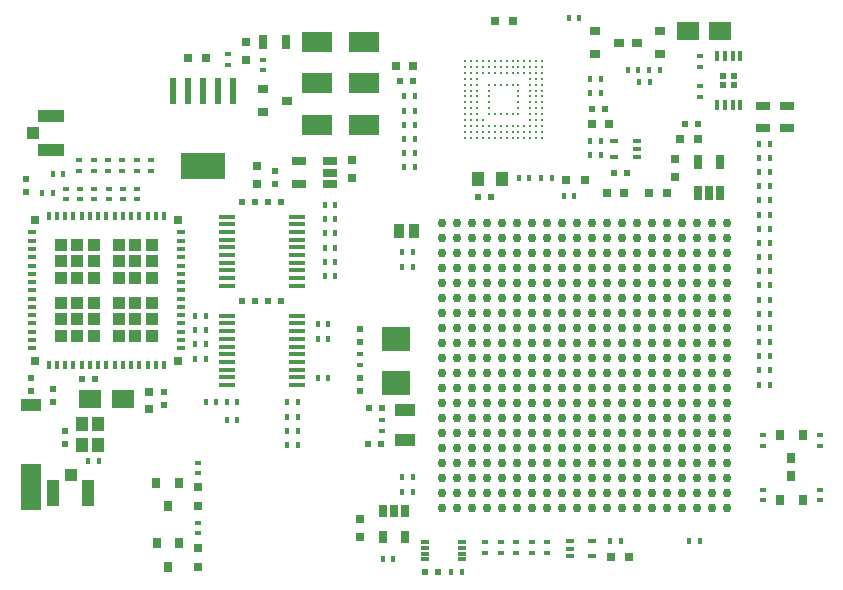
<source format=gbr>
G04 #@! TF.GenerationSoftware,KiCad,Pcbnew,no-vcs-found-2a301d5~58~ubuntu16.04.1*
G04 #@! TF.CreationDate,2017-07-11T21:04:36-03:00*
G04 #@! TF.ProjectId,mateboard,6D617465626F6172642E6B696361645F,rev?*
G04 #@! TF.SameCoordinates,Original
G04 #@! TF.FileFunction,Paste,Top*
G04 #@! TF.FilePolarity,Positive*
%FSLAX46Y46*%
G04 Gerber Fmt 4.6, Leading zero omitted, Abs format (unit mm)*
G04 Created by KiCad (PCBNEW no-vcs-found-2a301d5~58~ubuntu16.04.1) date Tue Jul 11 21:04:36 2017*
%MOMM*%
%LPD*%
G01*
G04 APERTURE LIST*
%ADD10R,0.400000X0.600000*%
%ADD11C,0.749300*%
%ADD12R,2.500000X1.800000*%
%ADD13R,0.420000X0.890000*%
%ADD14R,0.564000X0.504000*%
%ADD15R,1.800000X1.000000*%
%ADD16R,1.800000X4.000000*%
%ADD17R,0.750000X0.800000*%
%ADD18R,0.800000X0.750000*%
%ADD19R,0.600000X0.500000*%
%ADD20R,0.500000X0.600000*%
%ADD21R,1.950000X1.500000*%
%ADD22R,1.000000X1.250000*%
%ADD23R,0.900000X0.800000*%
%ADD24R,0.800000X0.800000*%
%ADD25R,0.970000X1.270000*%
%ADD26R,2.199640X1.049020*%
%ADD27R,0.998220X1.049020*%
%ADD28R,1.049020X2.199640*%
%ADD29R,1.049020X0.998220*%
%ADD30R,0.700000X1.300000*%
%ADD31R,1.300000X0.700000*%
%ADD32R,0.600000X0.400000*%
%ADD33R,0.800000X0.900000*%
%ADD34R,0.650000X1.220000*%
%ADD35R,1.220000X0.650000*%
%ADD36R,3.800000X2.200000*%
%ADD37R,0.600000X2.200000*%
%ADD38R,0.650000X1.060000*%
%ADD39R,0.650000X0.400000*%
%ADD40R,1.450000X0.450000*%
%ADD41R,1.000000X1.150000*%
%ADD42R,2.400000X2.000000*%
%ADD43R,0.800000X0.300000*%
%ADD44R,0.749300X0.749300*%
%ADD45R,0.398780X0.749300*%
%ADD46R,0.749300X0.398780*%
%ADD47R,0.998220X0.998220*%
%ADD48C,0.243840*%
G04 APERTURE END LIST*
D10*
X123755000Y-147700000D03*
X122855000Y-147700000D03*
D11*
X150325000Y-150380000D03*
X149055000Y-150380000D03*
X147785000Y-150380000D03*
X146515000Y-150380000D03*
X145245000Y-150380000D03*
X143975000Y-150380000D03*
X142705000Y-150380000D03*
X141435000Y-150380000D03*
X140165000Y-150380000D03*
X138895000Y-150380000D03*
X137625000Y-150380000D03*
X136355000Y-150380000D03*
X135085000Y-150380000D03*
X133815000Y-150380000D03*
X132545000Y-150380000D03*
X131275000Y-150380000D03*
X130005000Y-150380000D03*
X128735000Y-150380000D03*
X127465000Y-150380000D03*
X126195000Y-150380000D03*
X150325000Y-149110000D03*
X149055000Y-149110000D03*
X147785000Y-149110000D03*
X146515000Y-149110000D03*
X145245000Y-149110000D03*
X143975000Y-149110000D03*
X142705000Y-149110000D03*
X141435000Y-149110000D03*
X140165000Y-149110000D03*
X138895000Y-149110000D03*
X137625000Y-149110000D03*
X136355000Y-149110000D03*
X135085000Y-149110000D03*
X133815000Y-149110000D03*
X132545000Y-149110000D03*
X131275000Y-149110000D03*
X130005000Y-149110000D03*
X128735000Y-149110000D03*
X127465000Y-149110000D03*
X126195000Y-149110000D03*
X150325000Y-147840000D03*
X149055000Y-147840000D03*
X147785000Y-147840000D03*
X146515000Y-147840000D03*
X145245000Y-147840000D03*
X143975000Y-147840000D03*
X142705000Y-147840000D03*
X141435000Y-147840000D03*
X140165000Y-147840000D03*
X138895000Y-147840000D03*
X137625000Y-147840000D03*
X136355000Y-147840000D03*
X135085000Y-147840000D03*
X133815000Y-147840000D03*
X132545000Y-147840000D03*
X131275000Y-147840000D03*
X130005000Y-147840000D03*
X128735000Y-147840000D03*
X127465000Y-147840000D03*
X126195000Y-147840000D03*
X150325000Y-146570000D03*
X149055000Y-146570000D03*
X147785000Y-146570000D03*
X146515000Y-146570000D03*
X145245000Y-146570000D03*
X143975000Y-146570000D03*
X142705000Y-146570000D03*
X141435000Y-146570000D03*
X140165000Y-146570000D03*
X138895000Y-146570000D03*
X137625000Y-146570000D03*
X136355000Y-146570000D03*
X135085000Y-146570000D03*
X133815000Y-146570000D03*
X132545000Y-146570000D03*
X131275000Y-146570000D03*
X130005000Y-146570000D03*
X128735000Y-146570000D03*
X127465000Y-146570000D03*
X126195000Y-146570000D03*
X150325000Y-145300000D03*
X149055000Y-145300000D03*
X147785000Y-145300000D03*
X146515000Y-145300000D03*
X145245000Y-145300000D03*
X143975000Y-145300000D03*
X142705000Y-145300000D03*
X141435000Y-145300000D03*
X140165000Y-145300000D03*
X138895000Y-145300000D03*
X137625000Y-145300000D03*
X136355000Y-145300000D03*
X135085000Y-145300000D03*
X133815000Y-145300000D03*
X132545000Y-145300000D03*
X131275000Y-145300000D03*
X130005000Y-145300000D03*
X128735000Y-145300000D03*
X127465000Y-145300000D03*
X126195000Y-145300000D03*
X150325000Y-144030000D03*
X149055000Y-144030000D03*
X147785000Y-144030000D03*
X146515000Y-144030000D03*
X145245000Y-144030000D03*
X143975000Y-144030000D03*
X142705000Y-144030000D03*
X141435000Y-144030000D03*
X140165000Y-144030000D03*
X138895000Y-144030000D03*
X137625000Y-144030000D03*
X136355000Y-144030000D03*
X135085000Y-144030000D03*
X133815000Y-144030000D03*
X132545000Y-144030000D03*
X131275000Y-144030000D03*
X130005000Y-144030000D03*
X128735000Y-144030000D03*
X127465000Y-144030000D03*
X126195000Y-144030000D03*
X150325000Y-142760000D03*
X149055000Y-142760000D03*
X147785000Y-142760000D03*
X146515000Y-142760000D03*
X145245000Y-142760000D03*
X143975000Y-142760000D03*
X142705000Y-142760000D03*
X141435000Y-142760000D03*
X140165000Y-142760000D03*
X138895000Y-142760000D03*
X137625000Y-142760000D03*
X136355000Y-142760000D03*
X135085000Y-142760000D03*
X133815000Y-142760000D03*
X132545000Y-142760000D03*
X131275000Y-142760000D03*
X130005000Y-142760000D03*
X128735000Y-142760000D03*
X127465000Y-142760000D03*
X126195000Y-142760000D03*
X150325000Y-141490000D03*
X149055000Y-141490000D03*
X147785000Y-141490000D03*
X146515000Y-141490000D03*
X145245000Y-141490000D03*
X143975000Y-141490000D03*
X142705000Y-141490000D03*
X141435000Y-141490000D03*
X140165000Y-141490000D03*
X138895000Y-141490000D03*
X137625000Y-141490000D03*
X136355000Y-141490000D03*
X135085000Y-141490000D03*
X133815000Y-141490000D03*
X132545000Y-141490000D03*
X131275000Y-141490000D03*
X130005000Y-141490000D03*
X128735000Y-141490000D03*
X127465000Y-141490000D03*
X126195000Y-141490000D03*
X150325000Y-140220000D03*
X149055000Y-140220000D03*
X147785000Y-140220000D03*
X146515000Y-140220000D03*
X145245000Y-140220000D03*
X143975000Y-140220000D03*
X142705000Y-140220000D03*
X141435000Y-140220000D03*
X140165000Y-140220000D03*
X138895000Y-140220000D03*
X137625000Y-140220000D03*
X136355000Y-140220000D03*
X135085000Y-140220000D03*
X133815000Y-140220000D03*
X132545000Y-140220000D03*
X131275000Y-140220000D03*
X130005000Y-140220000D03*
X128735000Y-140220000D03*
X127465000Y-140220000D03*
X126195000Y-140220000D03*
X150325000Y-138950000D03*
X149055000Y-138950000D03*
X147785000Y-138950000D03*
X146515000Y-138950000D03*
X145245000Y-138950000D03*
X143975000Y-138950000D03*
X142705000Y-138950000D03*
X141435000Y-138950000D03*
X140165000Y-138950000D03*
X138895000Y-138950000D03*
X137625000Y-138950000D03*
X136355000Y-138950000D03*
X135085000Y-138950000D03*
X133815000Y-138950000D03*
X132545000Y-138950000D03*
X131275000Y-138950000D03*
X130005000Y-138950000D03*
X128735000Y-138950000D03*
X127465000Y-138950000D03*
X126195000Y-138950000D03*
X150325000Y-137680000D03*
X149055000Y-137680000D03*
X147785000Y-137680000D03*
X146515000Y-137680000D03*
X145245000Y-137680000D03*
X143975000Y-137680000D03*
X142705000Y-137680000D03*
X141435000Y-137680000D03*
X140165000Y-137680000D03*
X138895000Y-137680000D03*
X137625000Y-137680000D03*
X136355000Y-137680000D03*
X135085000Y-137680000D03*
X133815000Y-137680000D03*
X132545000Y-137680000D03*
X131275000Y-137680000D03*
X130005000Y-137680000D03*
X128735000Y-137680000D03*
X127465000Y-137680000D03*
X126195000Y-137680000D03*
X150325000Y-136410000D03*
X149055000Y-136410000D03*
X147785000Y-136410000D03*
X146515000Y-136410000D03*
X145245000Y-136410000D03*
X143975000Y-136410000D03*
X142705000Y-136410000D03*
X141435000Y-136410000D03*
X140165000Y-136410000D03*
X138895000Y-136410000D03*
X137625000Y-136410000D03*
X136355000Y-136410000D03*
X135085000Y-136410000D03*
X133815000Y-136410000D03*
X132545000Y-136410000D03*
X131275000Y-136410000D03*
X130005000Y-136410000D03*
X128735000Y-136410000D03*
X127465000Y-136410000D03*
X126195000Y-136410000D03*
X150325000Y-135140000D03*
X149055000Y-135140000D03*
X147785000Y-135140000D03*
X146515000Y-135140000D03*
X145245000Y-135140000D03*
X143975000Y-135140000D03*
X142705000Y-135140000D03*
X141435000Y-135140000D03*
X140165000Y-135140000D03*
X138895000Y-135140000D03*
X137625000Y-135140000D03*
X136355000Y-135140000D03*
X135085000Y-135140000D03*
X133815000Y-135140000D03*
X132545000Y-135140000D03*
X131275000Y-135140000D03*
X130005000Y-135140000D03*
X128735000Y-135140000D03*
X127465000Y-135140000D03*
X126195000Y-135140000D03*
X150325000Y-133870000D03*
X149055000Y-133870000D03*
X147785000Y-133870000D03*
X146515000Y-133870000D03*
X145245000Y-133870000D03*
X143975000Y-133870000D03*
X142705000Y-133870000D03*
X141435000Y-133870000D03*
X140165000Y-133870000D03*
X138895000Y-133870000D03*
X137625000Y-133870000D03*
X136355000Y-133870000D03*
X135085000Y-133870000D03*
X133815000Y-133870000D03*
X132545000Y-133870000D03*
X131275000Y-133870000D03*
X130005000Y-133870000D03*
X128735000Y-133870000D03*
X127465000Y-133870000D03*
X126195000Y-133870000D03*
X150325000Y-132600000D03*
X149055000Y-132600000D03*
X147785000Y-132600000D03*
X146515000Y-132600000D03*
X145245000Y-132600000D03*
X143975000Y-132600000D03*
X142705000Y-132600000D03*
X141435000Y-132600000D03*
X140165000Y-132600000D03*
X138895000Y-132600000D03*
X137625000Y-132600000D03*
X136355000Y-132600000D03*
X135085000Y-132600000D03*
X133815000Y-132600000D03*
X132545000Y-132600000D03*
X131275000Y-132600000D03*
X130005000Y-132600000D03*
X128735000Y-132600000D03*
X127465000Y-132600000D03*
X126195000Y-132600000D03*
X150325000Y-131330000D03*
X149055000Y-131330000D03*
X147785000Y-131330000D03*
X146515000Y-131330000D03*
X145245000Y-131330000D03*
X143975000Y-131330000D03*
X142705000Y-131330000D03*
X141435000Y-131330000D03*
X140165000Y-131330000D03*
X138895000Y-131330000D03*
X137625000Y-131330000D03*
X136355000Y-131330000D03*
X135085000Y-131330000D03*
X133815000Y-131330000D03*
X132545000Y-131330000D03*
X131275000Y-131330000D03*
X130005000Y-131330000D03*
X128735000Y-131330000D03*
X127465000Y-131330000D03*
X126195000Y-131330000D03*
X150325000Y-130060000D03*
X149055000Y-130060000D03*
X147785000Y-130060000D03*
X146515000Y-130060000D03*
X145245000Y-130060000D03*
X143975000Y-130060000D03*
X142705000Y-130060000D03*
X141435000Y-130060000D03*
X140165000Y-130060000D03*
X138895000Y-130060000D03*
X137625000Y-130060000D03*
X136355000Y-130060000D03*
X135085000Y-130060000D03*
X133815000Y-130060000D03*
X132545000Y-130060000D03*
X131275000Y-130060000D03*
X130005000Y-130060000D03*
X128735000Y-130060000D03*
X127465000Y-130060000D03*
X126195000Y-130060000D03*
X150325000Y-128790000D03*
X149055000Y-128790000D03*
X147785000Y-128790000D03*
X146515000Y-128790000D03*
X145245000Y-128790000D03*
X143975000Y-128790000D03*
X142705000Y-128790000D03*
X141435000Y-128790000D03*
X140165000Y-128790000D03*
X138895000Y-128790000D03*
X137625000Y-128790000D03*
X136355000Y-128790000D03*
X135085000Y-128790000D03*
X133815000Y-128790000D03*
X132545000Y-128790000D03*
X131275000Y-128790000D03*
X130005000Y-128790000D03*
X128735000Y-128790000D03*
X127465000Y-128790000D03*
X126195000Y-128790000D03*
X150325000Y-127520000D03*
X149055000Y-127520000D03*
X147785000Y-127520000D03*
X146515000Y-127520000D03*
X145245000Y-127520000D03*
X143975000Y-127520000D03*
X142705000Y-127520000D03*
X141435000Y-127520000D03*
X140165000Y-127520000D03*
X138895000Y-127520000D03*
X137625000Y-127520000D03*
X136355000Y-127520000D03*
X135085000Y-127520000D03*
X133815000Y-127520000D03*
X132545000Y-127520000D03*
X131275000Y-127520000D03*
X130005000Y-127520000D03*
X128735000Y-127520000D03*
X127465000Y-127520000D03*
X126195000Y-127520000D03*
X150325000Y-126250000D03*
X149055000Y-126250000D03*
X147785000Y-126250000D03*
X146515000Y-126250000D03*
X145245000Y-126250000D03*
X143975000Y-126250000D03*
X142705000Y-126250000D03*
X141435000Y-126250000D03*
X140165000Y-126250000D03*
X138895000Y-126250000D03*
X137625000Y-126250000D03*
X136355000Y-126250000D03*
X135085000Y-126250000D03*
X133815000Y-126250000D03*
X132545000Y-126250000D03*
X131275000Y-126250000D03*
X130005000Y-126250000D03*
X128735000Y-126250000D03*
X127465000Y-126250000D03*
X126195000Y-126250000D03*
D12*
X115600000Y-117900000D03*
X119600000Y-117900000D03*
D13*
X151485000Y-112050000D03*
X150835000Y-112050000D03*
X150185000Y-112050000D03*
X149535000Y-112050000D03*
X149535000Y-116260000D03*
X150185000Y-116260000D03*
X150835000Y-116260000D03*
X151485000Y-116260000D03*
D14*
X150040000Y-114575000D03*
X150980000Y-114575000D03*
X150040000Y-113735000D03*
X150980000Y-113735000D03*
D15*
X91400000Y-141660000D03*
D16*
X91400000Y-148560000D03*
D17*
X145980000Y-122300000D03*
X145980000Y-120800000D03*
X118600000Y-120900000D03*
X118600000Y-122400000D03*
D18*
X145245000Y-123710000D03*
X143745000Y-123710000D03*
D19*
X147885000Y-117855000D03*
X146785000Y-117855000D03*
D20*
X112100000Y-122900000D03*
X112100000Y-121800000D03*
D17*
X109600000Y-110900000D03*
X109600000Y-112400000D03*
D18*
X147885000Y-119125000D03*
X146385000Y-119125000D03*
D17*
X110600000Y-122900000D03*
X110600000Y-121400000D03*
D18*
X140165000Y-123710000D03*
X141665000Y-123710000D03*
X104732000Y-112280000D03*
X106232000Y-112280000D03*
D17*
X119310000Y-152780000D03*
X119310000Y-151280000D03*
D19*
X124800000Y-155800000D03*
X125900000Y-155800000D03*
D21*
X149770000Y-109960000D03*
X147020000Y-109960000D03*
D20*
X119300000Y-136250000D03*
X119300000Y-135150000D03*
X119300000Y-139350000D03*
X119300000Y-140450000D03*
D19*
X121100000Y-141900000D03*
X120000000Y-141900000D03*
X121050000Y-144900000D03*
X119950000Y-144900000D03*
X140800000Y-122000000D03*
X141900000Y-122000000D03*
D18*
X140550000Y-154500000D03*
X142050000Y-154500000D03*
X138900000Y-117800000D03*
X140400000Y-117800000D03*
X123800000Y-112900000D03*
X122300000Y-112900000D03*
X132200000Y-109100000D03*
X130700000Y-109100000D03*
D22*
X129300000Y-122500000D03*
X131300000Y-122500000D03*
D19*
X138900000Y-116600000D03*
X140000000Y-116600000D03*
X123800000Y-114200000D03*
X122700000Y-114200000D03*
X129300000Y-124000000D03*
X130400000Y-124000000D03*
X110400000Y-124400000D03*
X109300000Y-124400000D03*
X110400000Y-132800000D03*
X109300000Y-132800000D03*
X111500000Y-124400000D03*
X112600000Y-124400000D03*
X111500000Y-132800000D03*
X112600000Y-132800000D03*
D20*
X94300000Y-143850000D03*
X94300000Y-144950000D03*
X91000000Y-123550000D03*
X91000000Y-122450000D03*
X93300000Y-140300000D03*
X93300000Y-141400000D03*
X91400000Y-140432000D03*
X91400000Y-139332000D03*
D17*
X101400000Y-140500000D03*
X101400000Y-142000000D03*
D19*
X95750000Y-139400000D03*
X96850000Y-139400000D03*
D20*
X102700000Y-140500000D03*
X102700000Y-141600000D03*
D21*
X96450000Y-141100000D03*
X99200000Y-141100000D03*
D12*
X115600000Y-110900000D03*
X119600000Y-110900000D03*
X115600000Y-114400000D03*
X119600000Y-114400000D03*
D23*
X111100000Y-114900000D03*
X111100000Y-116800000D03*
X113100000Y-115850000D03*
D24*
X105600000Y-148600000D03*
X105600000Y-150200000D03*
X105600000Y-153700000D03*
X105600000Y-155300000D03*
D25*
X122560000Y-126900000D03*
X123840000Y-126900000D03*
D26*
X93100000Y-117126800D03*
X93100000Y-120073200D03*
D27*
X91576000Y-118600000D03*
D28*
X96268200Y-149050000D03*
X93321800Y-149050000D03*
D29*
X94795000Y-147526000D03*
D30*
X113000000Y-110900000D03*
X111100000Y-110900000D03*
D31*
X155435000Y-118210000D03*
X155435000Y-116310000D03*
X153435000Y-116310000D03*
X153435000Y-118210000D03*
D32*
X132500000Y-154150000D03*
X132500000Y-153250000D03*
X133800000Y-154150000D03*
X133800000Y-153250000D03*
D33*
X103945000Y-148200000D03*
X102045000Y-148200000D03*
X102995000Y-150200000D03*
X103995000Y-153300000D03*
X102095000Y-153300000D03*
X103045000Y-155300000D03*
D32*
X111100000Y-112400000D03*
X111100000Y-113300000D03*
X108100000Y-111950000D03*
X108100000Y-112850000D03*
D10*
X123755000Y-148970000D03*
X122855000Y-148970000D03*
X121215000Y-154685000D03*
X122115000Y-154685000D03*
D32*
X148035000Y-114610000D03*
X148035000Y-115510000D03*
D10*
X127000000Y-155800000D03*
X127900000Y-155800000D03*
D32*
X148035000Y-112110000D03*
X148035000Y-113010000D03*
D10*
X122850000Y-128700000D03*
X123750000Y-128700000D03*
X122850000Y-129900000D03*
X123750000Y-129900000D03*
D32*
X131200000Y-154150000D03*
X131200000Y-153250000D03*
X129900000Y-154150000D03*
X129900000Y-153250000D03*
D10*
X153100000Y-132700000D03*
X154000000Y-132700000D03*
X153100000Y-133900000D03*
X154000000Y-133900000D03*
X153100000Y-131500000D03*
X154000000Y-131500000D03*
X153100000Y-127900000D03*
X154000000Y-127900000D03*
X153100000Y-126700000D03*
X154000000Y-126700000D03*
X153100000Y-125500000D03*
X154000000Y-125500000D03*
X154000000Y-135100000D03*
X153100000Y-135100000D03*
X153100000Y-124300000D03*
X154000000Y-124300000D03*
X154000000Y-137500000D03*
X153100000Y-137500000D03*
X153100000Y-120700000D03*
X154000000Y-120700000D03*
X154000000Y-129100000D03*
X153100000Y-129100000D03*
X153100000Y-123100000D03*
X154000000Y-123100000D03*
X154000000Y-130300000D03*
X153100000Y-130300000D03*
X153100000Y-121900000D03*
X154000000Y-121900000D03*
X154000000Y-119500000D03*
X153100000Y-119500000D03*
X153100000Y-138700000D03*
X154000000Y-138700000D03*
X154000000Y-136300000D03*
X153100000Y-136300000D03*
X147150000Y-153100000D03*
X148050000Y-153100000D03*
D32*
X119300000Y-137300000D03*
X119300000Y-138200000D03*
X121100000Y-142900000D03*
X121100000Y-143800000D03*
X135100000Y-154150000D03*
X135100000Y-153250000D03*
D10*
X154000000Y-139900000D03*
X153100000Y-139900000D03*
X139650000Y-120500000D03*
X138750000Y-120500000D03*
X139650000Y-114000000D03*
X138750000Y-114000000D03*
X139650000Y-115200000D03*
X138750000Y-115200000D03*
X123000000Y-115500000D03*
X123900000Y-115500000D03*
X135535000Y-122440000D03*
X134635000Y-122440000D03*
X133630000Y-122440000D03*
X132730000Y-122440000D03*
X123000000Y-120300000D03*
X123900000Y-120300000D03*
X123000000Y-121500000D03*
X123900000Y-121500000D03*
X138750000Y-119300000D03*
X139650000Y-119300000D03*
X123000000Y-116700000D03*
X123900000Y-116700000D03*
X123000000Y-117900000D03*
X123900000Y-117900000D03*
X123000000Y-119100000D03*
X123900000Y-119100000D03*
X141350000Y-153100000D03*
X140450000Y-153100000D03*
D32*
X101600000Y-120900000D03*
X101600000Y-121800000D03*
X100400000Y-120900000D03*
X100400000Y-121800000D03*
X95499000Y-120890000D03*
X95499000Y-121790000D03*
D10*
X108900000Y-142887000D03*
X108000000Y-142887000D03*
D32*
X96743000Y-120900000D03*
X96743000Y-121800000D03*
X97943000Y-120900000D03*
X97943000Y-121800000D03*
X99143000Y-120900000D03*
X99143000Y-121800000D03*
D10*
X108000000Y-141400000D03*
X108900000Y-141400000D03*
X114000000Y-143800000D03*
X113100000Y-143800000D03*
X114000000Y-145000000D03*
X113100000Y-145000000D03*
X106200000Y-141400000D03*
X107100000Y-141400000D03*
X114000000Y-141400000D03*
X113100000Y-141400000D03*
X117200000Y-124700000D03*
X116300000Y-124700000D03*
X117200000Y-125900000D03*
X116300000Y-125900000D03*
X117200000Y-127100000D03*
X116300000Y-127100000D03*
X117200000Y-128300000D03*
X116300000Y-128300000D03*
X117200000Y-129500000D03*
X116300000Y-129500000D03*
X117200000Y-130700000D03*
X116300000Y-130700000D03*
X114000000Y-142600000D03*
X113100000Y-142600000D03*
X115700000Y-134800000D03*
X116600000Y-134800000D03*
X115700000Y-136000000D03*
X116600000Y-136000000D03*
X115700000Y-139300000D03*
X116600000Y-139300000D03*
X94150000Y-122100000D03*
X93250000Y-122100000D03*
D32*
X100400000Y-124200000D03*
X100400000Y-123300000D03*
X99200000Y-124200000D03*
X99200000Y-123300000D03*
X98000000Y-124200000D03*
X98000000Y-123300000D03*
X96800000Y-124200000D03*
X96800000Y-123300000D03*
X95600000Y-124200000D03*
X95600000Y-123300000D03*
X94400000Y-124200000D03*
X94400000Y-123300000D03*
D10*
X93245000Y-123650000D03*
X92345000Y-123650000D03*
X96250000Y-146400000D03*
X97150000Y-146400000D03*
X106200000Y-134100000D03*
X105300000Y-134100000D03*
X106200000Y-135300000D03*
X105300000Y-135300000D03*
X106200000Y-136500000D03*
X105300000Y-136500000D03*
X106200000Y-137700000D03*
X105300000Y-137700000D03*
D32*
X105600000Y-146500000D03*
X105600000Y-147400000D03*
X105600000Y-151600000D03*
X105600000Y-152500000D03*
D34*
X147885000Y-123650000D03*
X148835000Y-123650000D03*
X149785000Y-123650000D03*
X149785000Y-121030000D03*
X147885000Y-121030000D03*
D35*
X116720000Y-122900000D03*
X116720000Y-121950000D03*
X116720000Y-121000000D03*
X114100000Y-121000000D03*
X114100000Y-122900000D03*
D36*
X106000000Y-121350000D03*
D37*
X108540000Y-115050000D03*
X107270000Y-115050000D03*
X106000000Y-115050000D03*
X104730000Y-115050000D03*
X103460000Y-115050000D03*
D38*
X123120000Y-150580000D03*
X122170000Y-150580000D03*
X121220000Y-150580000D03*
X121220000Y-152780000D03*
X123120000Y-152780000D03*
D39*
X142700000Y-120600000D03*
X142700000Y-119300000D03*
X142700000Y-119950000D03*
X140800000Y-119300000D03*
X140800000Y-120600000D03*
X137050000Y-153150000D03*
X137050000Y-154450000D03*
X137050000Y-153800000D03*
X138950000Y-154450000D03*
X138950000Y-153150000D03*
D40*
X108050000Y-125675000D03*
X108050000Y-126325000D03*
X108050000Y-126975000D03*
X108050000Y-127625000D03*
X108050000Y-128275000D03*
X108050000Y-128925000D03*
X108050000Y-129575000D03*
X108050000Y-130225000D03*
X108050000Y-130875000D03*
X108050000Y-131525000D03*
X113950000Y-131525000D03*
X113950000Y-130875000D03*
X113950000Y-130225000D03*
X113950000Y-129575000D03*
X113950000Y-128925000D03*
X113950000Y-128275000D03*
X113950000Y-127625000D03*
X113950000Y-126975000D03*
X113950000Y-126325000D03*
X113950000Y-125675000D03*
X108050000Y-134075000D03*
X108050000Y-134725000D03*
X108050000Y-135375000D03*
X108050000Y-136025000D03*
X108050000Y-136675000D03*
X108050000Y-137325000D03*
X108050000Y-137975000D03*
X108050000Y-138625000D03*
X108050000Y-139275000D03*
X108050000Y-139925000D03*
X113950000Y-139925000D03*
X113950000Y-139275000D03*
X113950000Y-138625000D03*
X113950000Y-137975000D03*
X113950000Y-137325000D03*
X113950000Y-136675000D03*
X113950000Y-136025000D03*
X113950000Y-135375000D03*
X113950000Y-134725000D03*
X113950000Y-134075000D03*
D41*
X97100000Y-144975000D03*
X97100000Y-143225000D03*
X95700000Y-143225000D03*
X95700000Y-144975000D03*
D42*
X122300000Y-136050000D03*
X122300000Y-139750000D03*
D15*
X123100000Y-142050000D03*
X123100000Y-144550000D03*
D43*
X127900000Y-154700000D03*
X127900000Y-154200000D03*
X127900000Y-153700000D03*
X127900000Y-153200000D03*
X124800000Y-153200000D03*
X124800000Y-153700000D03*
X124800000Y-154200000D03*
X124800000Y-154700000D03*
D44*
X103834540Y-125945120D03*
D45*
X102709320Y-125620000D03*
X102008280Y-125620000D03*
X101307240Y-125620000D03*
X100608740Y-125620000D03*
X99907700Y-125620000D03*
X99209200Y-125620000D03*
X98508160Y-125620000D03*
X97809660Y-125620000D03*
X97111160Y-125620000D03*
X96410120Y-125620000D03*
X95711620Y-125620000D03*
X95010580Y-125620000D03*
X94312080Y-125620000D03*
X93611040Y-125620000D03*
X92910000Y-125620000D03*
D44*
X91784780Y-125945120D03*
D46*
X91510460Y-127019540D03*
X91510460Y-127720580D03*
X91510460Y-128421620D03*
X91510460Y-129120120D03*
X91510460Y-129821160D03*
X91510460Y-130519660D03*
X91510460Y-131220700D03*
X91510460Y-131919200D03*
X91510460Y-132617700D03*
X91510460Y-133318740D03*
X91510460Y-134017240D03*
X91510460Y-134718280D03*
X91510460Y-135416780D03*
X91510460Y-136117820D03*
X91510460Y-136818860D03*
D44*
X91784780Y-137893280D03*
D45*
X92910000Y-138218400D03*
X93611040Y-138218400D03*
X94312080Y-138218400D03*
X95010580Y-138218400D03*
X95711620Y-138218400D03*
X96410120Y-138218400D03*
X97111160Y-138218400D03*
X97809660Y-138218400D03*
X98508160Y-138218400D03*
X99209200Y-138218400D03*
X99907700Y-138218400D03*
X100608740Y-138218400D03*
X101307240Y-138218400D03*
X102008280Y-138218400D03*
X102709320Y-138218400D03*
D44*
X103834540Y-137893280D03*
D46*
X104108860Y-136818860D03*
X104108860Y-136117820D03*
X104108860Y-135416780D03*
X104108860Y-134718280D03*
X104108860Y-134017240D03*
X104108860Y-133318740D03*
X104108860Y-132617700D03*
X104108860Y-131919200D03*
X104108860Y-131220700D03*
X104108860Y-130519660D03*
X104108860Y-129821160D03*
X104108860Y-129120120D03*
X104108860Y-128421620D03*
X104108860Y-127720580D03*
X104108860Y-127019540D03*
D47*
X101657760Y-128071100D03*
X100258220Y-128071100D03*
X98858680Y-128071100D03*
X96760640Y-128071100D03*
X95361100Y-128071100D03*
X93961560Y-128071100D03*
X101657760Y-129470640D03*
X100258220Y-129470640D03*
X98858680Y-129470640D03*
X96760640Y-129470640D03*
X95361100Y-129470640D03*
X93961560Y-129470640D03*
X101657760Y-130870180D03*
X100258220Y-130870180D03*
X98858680Y-130870180D03*
X96760640Y-130870180D03*
X95361100Y-130870180D03*
X93961560Y-130870180D03*
X101657760Y-132968220D03*
X100258220Y-132968220D03*
X98858680Y-132968220D03*
X96760640Y-132968220D03*
X95361100Y-132968220D03*
X93961560Y-132968220D03*
X101657760Y-134367760D03*
X100258220Y-134367760D03*
X98858680Y-134367760D03*
X96760640Y-134367760D03*
X95361100Y-134367760D03*
X93961560Y-134367760D03*
X101657760Y-135767300D03*
X100258220Y-135767300D03*
X98858680Y-135767300D03*
X96760640Y-135767300D03*
X95361100Y-135767300D03*
X93961560Y-135767300D03*
D48*
X128199240Y-119000000D03*
X128199240Y-118499620D03*
X128199240Y-117999240D03*
X128199240Y-117498860D03*
X128199240Y-117001020D03*
X128199240Y-116500640D03*
X128199240Y-116000260D03*
X128199240Y-115502420D03*
X128199240Y-115002040D03*
X128199240Y-114501660D03*
X128199240Y-114003820D03*
X128199240Y-113503440D03*
X128199240Y-113003060D03*
X128199240Y-112502680D03*
X128699620Y-119000000D03*
X128699620Y-118499620D03*
X128699620Y-117999240D03*
X128699620Y-117498860D03*
X128699620Y-117001020D03*
X128699620Y-116500640D03*
X128699620Y-116000260D03*
X128699620Y-115502420D03*
X128699620Y-115002040D03*
X128699620Y-114501660D03*
X128699620Y-114003820D03*
X128699620Y-113503440D03*
X128699620Y-113003060D03*
X128699620Y-112502680D03*
X129200000Y-119000000D03*
X129200000Y-118499620D03*
X129200000Y-117999240D03*
X129200000Y-117498860D03*
X129200000Y-117001020D03*
X129200000Y-116500640D03*
X129200000Y-116000260D03*
X129200000Y-115502420D03*
X129200000Y-115002040D03*
X129200000Y-114501660D03*
X129200000Y-114003820D03*
X129200000Y-113503440D03*
X129200000Y-113003060D03*
X129200000Y-112502680D03*
X129700380Y-119000000D03*
X129700380Y-118499620D03*
X129700380Y-117999240D03*
X129700380Y-117498860D03*
X129700380Y-113503440D03*
X129700380Y-113003060D03*
X129700380Y-112502680D03*
X130198220Y-119000000D03*
X130198220Y-118499620D03*
X130198220Y-117999240D03*
X130198220Y-117001020D03*
X130198220Y-116500640D03*
X130198220Y-116000260D03*
X130198220Y-115502420D03*
X130198220Y-115002040D03*
X130198220Y-114501660D03*
X130198220Y-113503440D03*
X130198220Y-113003060D03*
X130198220Y-112502680D03*
X130698600Y-119000000D03*
X130698600Y-118499620D03*
X130698600Y-117999240D03*
X130698600Y-117001020D03*
X130698600Y-114501660D03*
X130698600Y-113503440D03*
X130698600Y-113003060D03*
X130698600Y-112502680D03*
X131198980Y-119000000D03*
X131198980Y-118499620D03*
X131198980Y-117999240D03*
X131198980Y-117001020D03*
X131198980Y-114501660D03*
X131198980Y-113503440D03*
X131198980Y-113003060D03*
X131198980Y-112502680D03*
X131696820Y-119000000D03*
X131696820Y-118499620D03*
X131696820Y-117999240D03*
X131696820Y-117001020D03*
X131696820Y-114501660D03*
X131696820Y-113503440D03*
X131696820Y-113003060D03*
X131696820Y-112502680D03*
X132197200Y-119000000D03*
X132197200Y-118499620D03*
X132197200Y-117999240D03*
X132197200Y-117001020D03*
X132197200Y-114501660D03*
X132197200Y-113503440D03*
X132197200Y-113003060D03*
X132197200Y-112502680D03*
X132697580Y-119000000D03*
X132697580Y-118499620D03*
X132697580Y-117999240D03*
X132697580Y-117001020D03*
X132697580Y-116500640D03*
X132697580Y-116000260D03*
X132697580Y-115502420D03*
X132697580Y-115002040D03*
X132697580Y-114501660D03*
X132697580Y-113503440D03*
X132697580Y-113003060D03*
X132697580Y-112502680D03*
X133195420Y-119000000D03*
X133195420Y-118499620D03*
X133195420Y-117999240D03*
X133195420Y-113503440D03*
X133195420Y-113003060D03*
X133195420Y-112502680D03*
X133695800Y-119000000D03*
X133695800Y-118499620D03*
X133695800Y-117999240D03*
X133695800Y-117498860D03*
X133695800Y-117001020D03*
X133695800Y-116500640D03*
X133695800Y-116000260D03*
X133695800Y-115502420D03*
X133695800Y-115002040D03*
X133695800Y-114501660D03*
X133695800Y-114003820D03*
X133695800Y-113503440D03*
X133695800Y-113003060D03*
X133695800Y-112502680D03*
X134196180Y-119000000D03*
X134196180Y-118499620D03*
X134196180Y-117999240D03*
X134196180Y-117498860D03*
X134196180Y-117001020D03*
X134196180Y-116500640D03*
X134196180Y-116000260D03*
X134196180Y-115502420D03*
X134196180Y-115002040D03*
X134196180Y-114501660D03*
X134196180Y-114003820D03*
X134196180Y-113503440D03*
X134196180Y-113003060D03*
X134196180Y-112502680D03*
X134696560Y-119000000D03*
X134696560Y-118499620D03*
X134696560Y-117999240D03*
X134696560Y-117498860D03*
X134696560Y-117001020D03*
X134696560Y-116500640D03*
X134696560Y-116000260D03*
X134696560Y-115502420D03*
X134696560Y-115002040D03*
X134696560Y-114501660D03*
X134696560Y-114003820D03*
X134696560Y-113503440D03*
X134696560Y-113003060D03*
X134696560Y-112502680D03*
D33*
X156745000Y-144150000D03*
X154845000Y-144150000D03*
X155795000Y-146150000D03*
D23*
X144695000Y-111900000D03*
X144695000Y-110000000D03*
X142695000Y-110950000D03*
D32*
X153395000Y-144200000D03*
X153395000Y-145100000D03*
X158195000Y-148800000D03*
X158195000Y-149700000D03*
X158195000Y-144200000D03*
X158195000Y-145100000D03*
X153395000Y-149700000D03*
X153395000Y-148800000D03*
D10*
X143745000Y-113250000D03*
X144645000Y-113250000D03*
X142895000Y-114250000D03*
X143795000Y-114250000D03*
X142845000Y-113250000D03*
X141945000Y-113250000D03*
X137845000Y-108850000D03*
X136945000Y-108850000D03*
D33*
X154845000Y-149650000D03*
X156745000Y-149650000D03*
X155795000Y-147650000D03*
D23*
X139195000Y-110000000D03*
X139195000Y-111900000D03*
X141195000Y-110950000D03*
D24*
X138298000Y-122567000D03*
X136698000Y-122567000D03*
D10*
X136540000Y-123964000D03*
X137440000Y-123964000D03*
M02*

</source>
